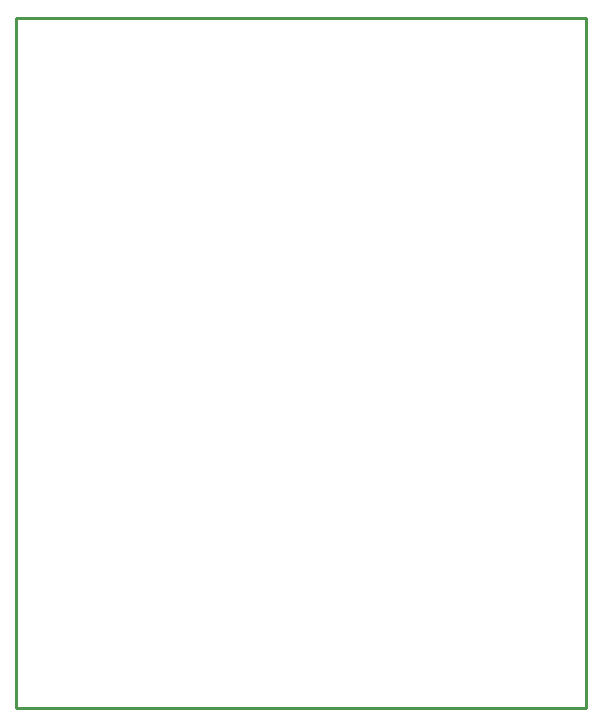
<source format=gbr>
G04 EAGLE Gerber RS-274X export*
G75*
%MOMM*%
%FSLAX34Y34*%
%LPD*%
%IN*%
%IPPOS*%
%AMOC8*
5,1,8,0,0,1.08239X$1,22.5*%
G01*
%ADD10C,0.254000*%


D10*
X0Y0D02*
X482600Y0D01*
X482600Y584200D01*
X0Y584200D01*
X0Y0D01*
M02*

</source>
